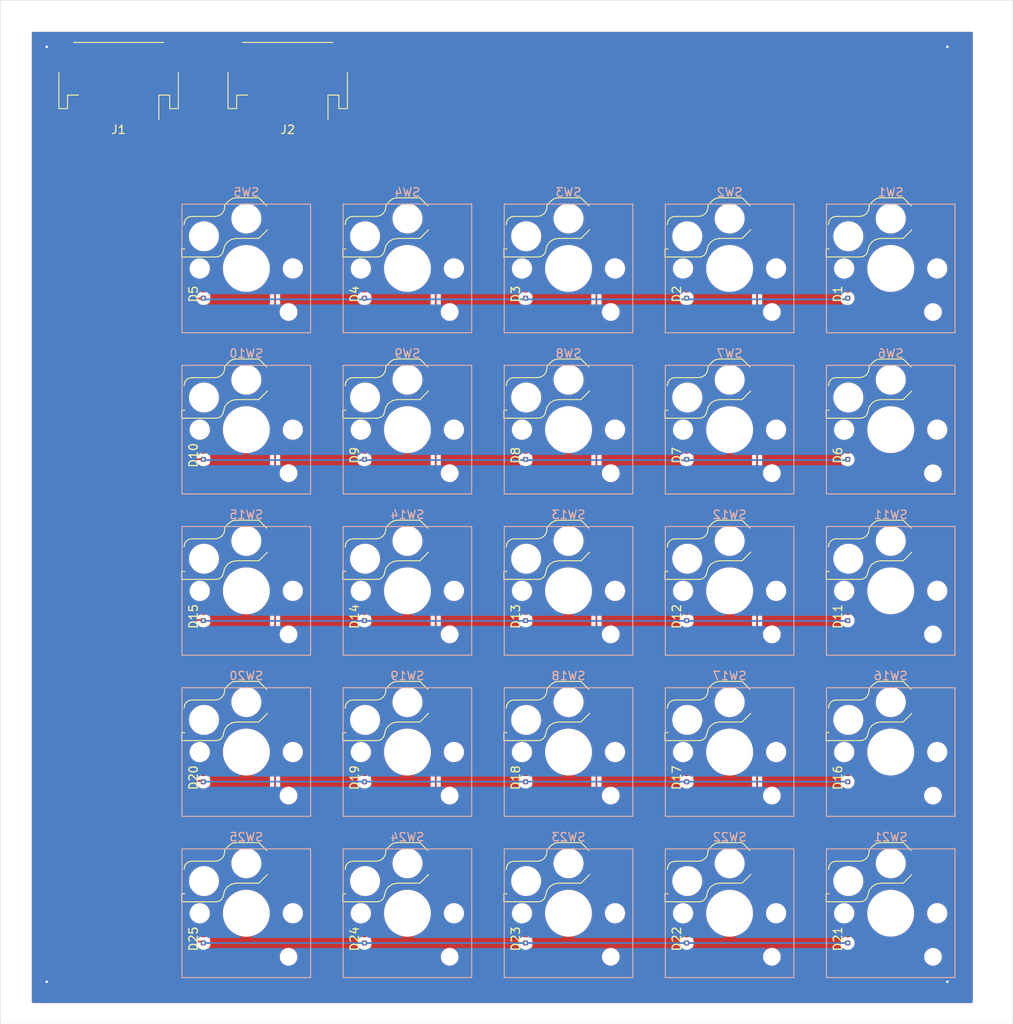
<source format=kicad_pcb>
(kicad_pcb (version 20240108) (generator "pcbnew") (generator_version "8.0")
  (layers (0 "F.Cu" signal) (31 "B.Cu" signal) (34 "B.Paste" user) (35 "F.Paste" user) (36 "B.SilkS" user "B.Silkscreen") (37 "F.SilkS" user "F.Silkscreen") (38 "B.Mask" user) (39 "F.Mask" user) (44 "Edge.Cuts" user))
  (net 0 "")
  (net 1 "/row0")
  (net 2 "Net-(D1-A)")
  (net 3 "Net-(D2-A)")
  (net 4 "Net-(D3-A)")
  (net 5 "Net-(D4-A)")
  (net 6 "Net-(D5-A)")
  (net 7 "Net-(D6-A)")
  (net 8 "/row1")
  (net 9 "Net-(D7-A)")
  (net 10 "Net-(D8-A)")
  (net 11 "Net-(D9-A)")
  (net 12 "Net-(D10-A)")
  (net 13 "/row2")
  (net 14 "Net-(D11-A)")
  (net 15 "Net-(D12-A)")
  (net 16 "Net-(D13-A)")
  (net 17 "Net-(D14-A)")
  (net 18 "Net-(D15-A)")
  (net 19 "Net-(D16-A)")
  (net 20 "/row3")
  (net 21 "Net-(D17-A)")
  (net 22 "Net-(D18-A)")
  (net 23 "Net-(D19-A)")
  (net 24 "Net-(D20-A)")
  (net 25 "Net-(D21-A)")
  (net 26 "/row4")
  (net 27 "Net-(D22-A)")
  (net 28 "Net-(D23-A)")
  (net 29 "Net-(D24-A)")
  (net 30 "Net-(D25-A)")
  (net 31 "GND")
  (net 32 "/col4")
  (net 33 "/col3")
  (net 34 "/col1")
  (net 35 "/col2")
  (net 36 "/col0")
  (footprint "Diode_SMD:D_0402_1005Metric" (layer "F.Cu") (at 141.17 139.93 90)
    (property "Reference" "D22")
    (property "Value" "D")
  )
  (footprint "Diode_SMD:D_0402_1005Metric" (layer "F.Cu") (at 141.17 63.73 90)
    (property "Reference" "D2")
    (property "Value" "D")
  )
  (footprint "Diode_SMD:D_0402_1005Metric" (layer "F.Cu") (at 103.07 63.73 90)
    (property "Reference" "D4")
    (property "Value" "D")
  )
  (footprint "Diode_SMD:D_0402_1005Metric" (layer "F.Cu") (at 122.12 101.83 90)
    (property "Reference" "D13")
    (property "Value" "D")
  )
  (footprint "Diode_SMD:D_0402_1005Metric" (layer "F.Cu") (at 122.12 82.78 90)
    (property "Reference" "D8")
    (property "Value" "D")
  )
  (footprint "Diode_SMD:D_0402_1005Metric" (layer "F.Cu") (at 84.02 101.83 90)
    (property "Reference" "D15")
    (property "Value" "D")
  )
  (footprint "Diode_SMD:D_0402_1005Metric" (layer "F.Cu") (at 160.22 63.73 90)
    (property "Reference" "D1")
    (property "Value" "D")
  )
  (footprint "Diode_SMD:D_0402_1005Metric" (layer "F.Cu") (at 84.02 120.88 90)
    (property "Reference" "D20")
    (property "Value" "D")
  )
  (footprint "Connector_JST:JST_PH_S5B-PH-SM4-TB_1x05-1MP_P2.00mm_Horizontal" (layer "F.Cu") (at 94 38.5 180)
    (property "Reference" "J2")
    (property "Value" "Conn_01x05_MountingPin")
  )
  (footprint "Diode_SMD:D_0402_1005Metric" (layer "F.Cu") (at 122.12 139.93 90)
    (property "Reference" "D23")
    (property "Value" "D")
  )
  (footprint "Diode_SMD:D_0402_1005Metric" (layer "F.Cu") (at 160.22 82.78 90)
    (property "Reference" "D6")
    (property "Value" "D")
  )
  (footprint "Diode_SMD:D_0402_1005Metric" (layer "F.Cu") (at 141.17 82.78 90)
    (property "Reference" "D7")
    (property "Value" "D")
  )
  (footprint "Diode_SMD:D_0402_1005Metric" (layer "F.Cu") (at 141.17 101.83 90)
    (property "Reference" "D12")
    (property "Value" "D")
  )
  (footprint "Diode_SMD:D_0402_1005Metric" (layer "F.Cu") (at 160.22 120.88 90)
    (property "Reference" "D16")
    (property "Value" "D")
  )
  (footprint "Diode_SMD:D_0402_1005Metric" (layer "F.Cu") (at 122.12 63.73 90)
    (property "Reference" "D3")
    (property "Value" "D")
  )
  (footprint "Diode_SMD:D_0402_1005Metric" (layer "F.Cu") (at 122.12 120.88 90)
    (property "Reference" "D18")
    (property "Value" "D")
  )
  (footprint "Diode_SMD:D_0402_1005Metric" (layer "F.Cu") (at 103.07 82.78 90)
    (property "Reference" "D9")
    (property "Value" "D")
  )
  (footprint "Diode_SMD:D_0402_1005Metric" (layer "F.Cu") (at 160.22 139.93 90)
    (property "Reference" "D21")
    (property "Value" "D")
  )
  (footprint "Diode_SMD:D_0402_1005Metric" (layer "F.Cu") (at 84.02 63.73 90)
    (property "Reference" "D5")
    (property "Value" "D")
  )
  (footprint "Diode_SMD:D_0402_1005Metric" (layer "F.Cu") (at 103.07 139.93 90)
    (property "Reference" "D24")
    (property "Value" "D")
  )
  (footprint "Diode_SMD:D_0402_1005Metric" (layer "F.Cu") (at 103.07 120.88 90)
    (property "Reference" "D19")
    (property "Value" "D")
  )
  (footprint "Connector_JST:JST_PH_S5B-PH-SM4-TB_1x05-1MP_P2.00mm_Horizontal" (layer "F.Cu") (at 74 38.5 180)
    (property "Reference" "J1")
    (property "Value" "Conn_01x05_MountingPin")
  )
  (footprint "Diode_SMD:D_0402_1005Metric" (layer "F.Cu") (at 103.07 101.83 90)
    (property "Reference" "D14")
    (property "Value" "D")
  )
  (footprint "Diode_SMD:D_0402_1005Metric" (layer "F.Cu") (at 160.22 101.83 90)
    (property "Reference" "D11")
    (property "Value" "D")
  )
  (footprint "Diode_SMD:D_0402_1005Metric" (layer "F.Cu") (at 84.02 82.78 90)
    (property "Reference" "D10")
    (property "Value" "D")
  )
  (footprint "Diode_SMD:D_0402_1005Metric" (layer "F.Cu") (at 141.17 120.88 90)
    (property "Reference" "D17")
    (property "Value" "D")
  )
  (footprint "Diode_SMD:D_0402_1005Metric" (layer "F.Cu") (at 84.02 139.93 90)
    (property "Reference" "D25")
    (property "Value" "D")
  )
  (footprint "PCM_Switch_Keyboard_Hotswap_Kailh:SW_Hotswap_Kailh_Choc_V1V2" (layer "B.Cu") (at 146.25 136.9 180)
    (property "Reference" "SW22")
    (property "Value" "SW_Push")
  )
  (footprint "PCM_Switch_Keyboard_Hotswap_Kailh:SW_Hotswap_Kailh_Choc_V1V2" (layer "B.Cu") (at 108.15 117.85 180)
    (property "Reference" "SW19")
    (property "Value" "SW_Push")
  )
  (footprint "PCM_Switch_Keyboard_Hotswap_Kailh:SW_Hotswap_Kailh_Choc_V1V2" (layer "B.Cu") (at 127.2 117.85 180)
    (property "Reference" "SW18")
    (property "Value" "SW_Push")
  )
  (footprint "PCM_Switch_Keyboard_Hotswap_Kailh:SW_Hotswap_Kailh_Choc_V1V2" (layer "B.Cu") (at 108.15 79.75 180)
    (property "Reference" "SW9")
    (property "Value" "SW_Push")
  )
  (footprint "PCM_Switch_Keyboard_Hotswap_Kailh:SW_Hotswap_Kailh_Choc_V1V2" (layer "B.Cu") (at 89.1 98.8 180)
    (property "Reference" "SW15")
    (property "Value" "SW_Push")
  )
  (footprint "PCM_Switch_Keyboard_Hotswap_Kailh:SW_Hotswap_Kailh_Choc_V1V2" (layer "B.Cu") (at 165.3 79.75 180)
    (property "Reference" "SW6")
    (property "Value" "SW_Push")
  )
  (footprint "PCM_Switch_Keyboard_Hotswap_Kailh:SW_Hotswap_Kailh_Choc_V1V2" (layer "B.Cu") (at 89.1 136.9 180)
    (property "Reference" "SW25")
    (property "Value" "SW_Push")
  )
  (footprint "PCM_Switch_Keyboard_Hotswap_Kailh:SW_Hotswap_Kailh_Choc_V1V2" (layer "B.Cu") (at 146.25 79.75 180)
    (property "Reference" "SW7")
    (property "Value" "SW_Push")
  )
  (footprint "PCM_Switch_Keyboard_Hotswap_Kailh:SW_Hotswap_Kailh_Choc_V1V2" (layer "B.Cu") (at 127.2 98.8 180)
    (property "Reference" "SW13")
    (property "Value" "SW_Push")
  )
  (footprint "PCM_Switch_Keyboard_Hotswap_Kailh:SW_Hotswap_Kailh_Choc_V1V2" (layer "B.Cu") (at 89.1 79.75 180)
    (property "Reference" "SW10")
    (property "Value" "SW_Push")
  )
  (footprint "PCM_Switch_Keyboard_Hotswap_Kailh:SW_Hotswap_Kailh_Choc_V1V2" (layer "B.Cu") (at 89.1 117.85 180)
    (property "Reference" "SW20")
    (property "Value" "SW_Push")
  )
  (footprint "PCM_Switch_Keyboard_Hotswap_Kailh:SW_Hotswap_Kailh_Choc_V1V2" (layer "B.Cu") (at 165.3 117.85 180)
    (property "Reference" "SW16")
    (property "Value" "SW_Push")
  )
  (footprint "PCM_Switch_Keyboard_Hotswap_Kailh:SW_Hotswap_Kailh_Choc_V1V2" (layer "B.Cu") (at 146.25 60.7 180)
    (property "Reference" "SW2")
    (property "Value" "SW_Push")
  )
  (footprint "PCM_Switch_Keyboard_Hotswap_Kailh:SW_Hotswap_Kailh_Choc_V1V2" (layer "B.Cu") (at 165.3 136.9 180)
    (property "Reference" "SW21")
    (property "Value" "SW_Push")
  )
  (footprint "PCM_Switch_Keyboard_Hotswap_Kailh:SW_Hotswap_Kailh_Choc_V1V2" (layer "B.Cu") (at 108.15 98.8 180)
    (property "Reference" "SW14")
    (property "Value" "SW_Push")
  )
  (footprint "PCM_Switch_Keyboard_Hotswap_Kailh:SW_Hotswap_Kailh_Choc_V1V2" (layer "B.Cu") (at 108.15 60.7 180)
    (property "Reference" "SW4")
    (property "Value" "SW_Push")
  )
  (footprint "PCM_Switch_Keyboard_Hotswap_Kailh:SW_Hotswap_Kailh_Choc_V1V2" (layer "B.Cu") (at 108.15 136.9 180)
    (property "Reference" "SW24")
    (property "Value" "SW_Push")
  )
  (footprint "PCM_Switch_Keyboard_Hotswap_Kailh:SW_Hotswap_Kailh_Choc_V1V2" (layer "B.Cu") (at 146.25 117.85 180)
    (property "Reference" "SW17")
    (property "Value" "SW_Push")
  )
  (footprint "PCM_Switch_Keyboard_Hotswap_Kailh:SW_Hotswap_Kailh_Choc_V1V2" (layer "B.Cu") (at 165.3 60.7 180)
    (property "Reference" "SW1")
    (property "Value" "SW_Push")
  )
  (footprint "PCM_Switch_Keyboard_Hotswap_Kailh:SW_Hotswap_Kailh_Choc_V1V2" (layer "B.Cu") (at 89.1 60.7 180)
    (property "Reference" "SW5")
    (property "Value" "SW_Push")
  )
  (footprint "PCM_Switch_Keyboard_Hotswap_Kailh:SW_Hotswap_Kailh_Choc_V1V2" (layer "B.Cu") (at 165.3 98.8 180)
    (property "Reference" "SW11")
    (property "Value" "SW_Push")
  )
  (footprint "PCM_Switch_Keyboard_Hotswap_Kailh:SW_Hotswap_Kailh_Choc_V1V2" (layer "B.Cu") (at 127.2 79.75 180)
    (property "Reference" "SW8")
    (property "Value" "SW_Push")
  )
  (footprint "PCM_Switch_Keyboard_Hotswap_Kailh:SW_Hotswap_Kailh_Choc_V1V2" (layer "B.Cu") (at 127.2 136.9 180)
    (property "Reference" "SW23")
    (property "Value" "SW_Push")
  )
  (footprint "PCM_Switch_Keyboard_Hotswap_Kailh:SW_Hotswap_Kailh_Choc_V1V2" (layer "B.Cu") (at 127.2 60.7 180)
    (property "Reference" "SW3")
    (property "Value" "SW_Push")
  )
  (footprint "PCM_Switch_Keyboard_Hotswap_Kailh:SW_Hotswap_Kailh_Choc_V1V2" (layer "B.Cu") (at 146.25 98.8 180)
    (property "Reference" "SW12")
    (property "Value" "SW_Push")
  )
  (gr_line (start 111.5 130.5) (end 111.5 54.5) (stroke (width 0.2)) (layer "F.Cu") (net 33))
  (gr_line (start 84 83.25) (end 81.5 83.25) (stroke (width 0.2)) (layer "F.Cu") (net 8))
  (gr_line (start 149.75 50) (end 147.25 47.5) (stroke (width 0.2)) (layer "F.Cu") (net 34))
  (gr_line (start 81.5 121.25) (end 72 111.75) (stroke (width 0.2)) (layer "F.Cu") (net 20))
  (gr_line (start 98 45.25) (end 99 46.25) (stroke (width 0.2)) (layer "F.Cu") (net 36))
  (gr_line (start 72 41.5) (end 72 111.75) (stroke (width 0.2)) (layer "F.Cu") (net 20))
  (gr_line (start 130.75 53.75) (end 130.75 50) (stroke (width 0.2)) (layer "F.Cu") (net 35))
  (gr_line (start 99 46.25) (end 165 46.25) (stroke (width 0.2)) (layer "F.Cu") (net 36))
  (gr_line (start 81.5 140.25) (end 70 128.75) (stroke (width 0.2)) (layer "F.Cu") (net 26))
  (gr_line (start 94 46.75) (end 96 48.75) (stroke (width 0.2)) (layer "F.Cu") (net 35))
  (gr_line (start 84 64.25) (end 81.5 64.25) (stroke (width 0.2)) (layer "F.Cu") (net 1))
  (gr_line (start 92.5 50) (end 90 47.5) (stroke (width 0.2)) (layer "F.Cu") (net 32))
  (gr_line (start 168.75 54) (end 168.75 50) (stroke (width 0.2)) (layer "F.Cu") (net 36))
  (gr_line (start 92.5 130.5) (end 92.5 54.5) (stroke (width 0.2)) (layer "F.Cu") (net 32))
  (gr_line (start 84 121.25) (end 81.5 121.25) (stroke (width 0.2)) (layer "F.Cu") (net 20))
  (gr_line (start 81.5 102.25) (end 74 94.75) (stroke (width 0.2)) (layer "F.Cu") (net 13))
  (gr_line (start 96 46.25) (end 97.25 47.5) (stroke (width 0.2)) (layer "F.Cu") (net 34))
  (gr_line (start 92 42) (end 92 47.5) (stroke (width 0.2)) (layer "F.Cu") (net 33))
  (gr_line (start 76 41.5) (end 76 77.75) (stroke (width 0.2)) (layer "F.Cu") (net 8))
  (gr_line (start 149.5 130.5) (end 149.5 55) (stroke (width 0.2)) (layer "F.Cu") (net 34))
  (gr_line (start 81.5 64.25) (end 78 60.75) (stroke (width 0.2)) (layer "F.Cu") (net 1))
  (gr_line (start 110 50) (end 111.75 51.75) (stroke (width 0.2)) (layer "F.Cu") (net 33))
  (gr_line (start 96 48.75) (end 129.5 48.75) (stroke (width 0.2)) (layer "F.Cu") (net 35))
  (gr_line (start 84 102.25) (end 81.5 102.25) (stroke (width 0.2)) (layer "F.Cu") (net 13))
  (gr_line (start 168.5 131) (end 168.5 54.5) (stroke (width 0.2)) (layer "F.Cu") (net 36))
  (gr_line (start 130.75 50) (end 129.5 48.75) (stroke (width 0.2)) (layer "F.Cu") (net 35))
  (gr_line (start 94 41.75) (end 94 46.75) (stroke (width 0.2)) (layer "F.Cu") (net 35))
  (gr_line (start 94.5 50) (end 110 50) (stroke (width 0.2)) (layer "F.Cu") (net 33))
  (gr_line (start 92 47.5) (end 94.5 50) (stroke (width 0.2)) (layer "F.Cu") (net 33))
  (gr_line (start 97.25 47.5) (end 147.25 47.5) (stroke (width 0.2)) (layer "F.Cu") (net 34))
  (gr_line (start 81.5 83.25) (end 76 77.75) (stroke (width 0.2)) (layer "F.Cu") (net 8))
  (gr_line (start 168.75 50) (end 165 46.25) (stroke (width 0.2)) (layer "F.Cu") (net 36))
  (gr_line (start 74 41.5) (end 74 94.75) (stroke (width 0.2)) (layer "F.Cu") (net 13))
  (gr_line (start 78 41.5) (end 78 60.75) (stroke (width 0.2)) (layer "F.Cu") (net 1))
  (gr_line (start 90 47.5) (end 90 41.75) (stroke (width 0.2)) (layer "F.Cu") (net 32))
  (gr_line (start 96 41.75) (end 96 46.25) (stroke (width 0.2)) (layer "F.Cu") (net 34))
  (gr_line (start 92.5 53.75) (end 92.5 50) (stroke (width 0.2)) (layer "F.Cu") (net 32))
  (gr_line (start 149.75 54) (end 149.75 50) (stroke (width 0.2)) (layer "F.Cu") (net 34))
  (gr_line (start 111.75 54) (end 111.75 51.75) (stroke (width 0.2)) (layer "F.Cu") (net 33))
  (gr_line (start 98 41.5) (end 98 45.25) (stroke (width 0.2)) (layer "F.Cu") (net 36))
  (gr_line (start 130.5 130.5) (end 130.5 54.5) (stroke (width 0.2)) (layer "F.Cu") (net 35))
  (gr_line (start 84 140.25) (end 81.5 140.25) (stroke (width 0.2)) (layer "F.Cu") (net 26))
  (gr_line (start 70 41.5) (end 70 128.75) (stroke (width 0.2)) (layer "F.Cu") (net 26))
  (gr_line (start 83.9 121.35) (end 160.105299 121.35) (stroke (width 0.2)) (layer "B.Cu") (net 20))
  (gr_line (start 84.020765 140.421872) (end 160.226064 140.421872) (stroke (width 0.2)) (layer "B.Cu") (net 26))
  (gr_line (start 83.944701 83.35) (end 160.15 83.35) (stroke (width 0.2)) (layer "B.Cu") (net 8))
  (gr_line (start 83.944701 102.35) (end 160.15 102.35) (stroke (width 0.2)) (layer "B.Cu") (net 13))
  (gr_line (start 83.944701 64.35) (end 160.15 64.35) (stroke (width 0.2)) (layer "B.Cu") (net 1))
  (gr_line (start 60 29) (end 60 150) (stroke (width 0.05)) (layer "Edge.Cuts"))
  (gr_line (start 179.75 29) (end 60 29) (stroke (width 0.05)) (layer "Edge.Cuts"))
  (gr_line (start 179.75 150) (end 179.75 29) (stroke (width 0.05)) (layer "Edge.Cuts"))
  (gr_line (start 60 150) (end 179.75 150) (stroke (width 0.05)) (layer "Edge.Cuts"))
  (via micro (at 141.17 64.215) (size 0.6) (drill 0.3) (layers "F.Cu" "B.Cu") (net 1))
  (via micro (at 103.07 64.215) (size 0.6) (drill 0.3) (layers "F.Cu" "B.Cu") (net 1))
  (via micro (at 160.22 64.215) (size 0.6) (drill 0.3) (layers "F.Cu" "B.Cu") (net 1))
  (via micro (at 122.12 64.215) (size 0.6) (drill 0.3) (layers "F.Cu" "B.Cu") (net 1))
  (via micro (at 84.02 64.215) (size 0.6) (drill 0.3) (layers "F.Cu" "B.Cu") (net 1))
  (segment (start 156.8 56.9) (end 156.8 59.825) (width 0.2) (layer "F.Cu") (net 2))
  (segment (start 156.8 59.825) (end 160.22 63.245) (width 0.2) (layer "F.Cu") (net 2))
  (segment (start 137.75 59.825) (end 141.17 63.245) (width 0.2) (layer "F.Cu") (net 3))
  (segment (start 137.75 56.9) (end 137.75 59.825) (width 0.2) (layer "F.Cu") (net 3))
  (segment (start 118.7 59.825) (end 122.12 63.245) (width 0.2) (layer "F.Cu") (net 4))
  (segment (start 118.7 56.9) (end 118.7 59.825) (width 0.2) (layer "F.Cu") (net 4))
  (segment (start 99.65 59.825) (end 103.07 63.245) (width 0.2) (layer "F.Cu") (net 5))
  (segment (start 99.65 56.9) (end 99.65 59.825) (width 0.2) (layer "F.Cu") (net 5))
  (segment (start 80.6 59.825) (end 84.02 63.245) (width 0.2) (layer "F.Cu") (net 6))
  (segment (start 80.6 56.9) (end 80.6 59.825) (width 0.2) (layer "F.Cu") (net 6))
  (segment (start 156.8 78.875) (end 160.22 82.295) (width 0.2) (layer "F.Cu") (net 7))
  (segment (start 156.8 75.95) (end 156.8 78.875) (width 0.2) (layer "F.Cu") (net 7))
  (via micro (at 122.12 83.265) (size 0.6) (drill 0.3) (layers "F.Cu" "B.Cu") (net 8))
  (via micro (at 103.07 83.265) (size 0.6) (drill 0.3) (layers "F.Cu" "B.Cu") (net 8))
  (via micro (at 160.22 83.265) (size 0.6) (drill 0.3) (layers "F.Cu" "B.Cu") (net 8))
  (via micro (at 141.17 83.265) (size 0.6) (drill 0.3) (layers "F.Cu" "B.Cu") (net 8))
  (via micro (at 84.02 83.265) (size 0.6) (drill 0.3) (layers "F.Cu" "B.Cu") (net 8))
  (segment (start 137.75 78.875) (end 141.17 82.295) (width 0.2) (layer "F.Cu") (net 9))
  (segment (start 137.75 75.95) (end 137.75 78.875) (width 0.2) (layer "F.Cu") (net 9))
  (segment (start 118.7 75.95) (end 118.7 78.875) (width 0.2) (layer "F.Cu") (net 10))
  (segment (start 118.7 78.875) (end 122.12 82.295) (width 0.2) (layer "F.Cu") (net 10))
  (segment (start 99.65 75.95) (end 99.65 78.875) (width 0.2) (layer "F.Cu") (net 11))
  (segment (start 99.65 78.875) (end 103.07 82.295) (width 0.2) (layer "F.Cu") (net 11))
  (segment (start 80.6 78.875) (end 84.02 82.295) (width 0.2) (layer "F.Cu") (net 12))
  (segment (start 80.6 75.95) (end 80.6 78.875) (width 0.2) (layer "F.Cu") (net 12))
  (via micro (at 141.17 102.315) (size 0.6) (drill 0.3) (layers "F.Cu" "B.Cu") (net 13))
  (via micro (at 122.12 102.315) (size 0.6) (drill 0.3) (layers "F.Cu" "B.Cu") (net 13))
  (via micro (at 84.02 102.315) (size 0.6) (drill 0.3) (layers "F.Cu" "B.Cu") (net 13))
  (via micro (at 160.22 102.315) (size 0.6) (drill 0.3) (layers "F.Cu" "B.Cu") (net 13))
  (via micro (at 103.07 102.315) (size 0.6) (drill 0.3) (layers "F.Cu" "B.Cu") (net 13))
  (segment (start 156.8 95) (end 156.8 97.925) (width 0.2) (layer "F.Cu") (net 14))
  (segment (start 156.8 97.925) (end 160.22 101.345) (width 0.2) (layer "F.Cu") (net 14))
  (segment (start 137.75 97.925) (end 141.17 101.345) (width 0.2) (layer "F.Cu") (net 15))
  (segment (start 137.75 95) (end 137.75 97.925) (width 0.2) (layer "F.Cu") (net 15))
  (segment (start 118.7 95) (end 118.7 97.925) (width 0.2) (layer "F.Cu") (net 16))
  (segment (start 118.7 97.925) (end 122.12 101.345) (width 0.2) (layer "F.Cu") (net 16))
  (segment (start 99.65 97.925) (end 103.07 101.345) (width 0.2) (layer "F.Cu") (net 17))
  (segment (start 99.65 95) (end 99.65 97.925) (width 0.2) (layer "F.Cu") (net 17))
  (segment (start 80.6 97.925) (end 84.02 101.345) (width 0.2) (layer "F.Cu") (net 18))
  (segment (start 80.6 95) (end 80.6 97.925) (width 0.2) (layer "F.Cu") (net 18))
  (segment (start 156.8 116.975) (end 160.22 120.395) (width 0.2) (layer "F.Cu") (net 19))
  (segment (start 156.8 114.05) (end 156.8 116.975) (width 0.2) (layer "F.Cu") (net 19))
  (via micro (at 103.07 121.365) (size 0.6) (drill 0.3) (layers "F.Cu" "B.Cu") (net 20))
  (via micro (at 84.02 121.365) (size 0.6) (drill 0.3) (layers "F.Cu" "B.Cu") (net 20))
  (via micro (at 122.12 121.365) (size 0.6) (drill 0.3) (layers "F.Cu" "B.Cu") (net 20))
  (via micro (at 141.17 121.365) (size 0.6) (drill 0.3) (layers "F.Cu" "B.Cu") (net 20))
  (via micro (at 160.22 121.365) (size 0.6) (drill 0.3) (layers "F.Cu" "B.Cu") (net 20))
  (segment (start 137.75 116.975) (end 141.17 120.395) (width 0.2) (layer "F.Cu") (net 21))
  (segment (start 137.75 114.05) (end 137.75 116.975) (width 0.2) (layer "F.Cu") (net 21))
  (segment (start 118.7 116.975) (end 122.12 120.395) (width 0.2) (layer "F.Cu") (net 22))
  (segment (start 118.7 114.05) (end 118.7 116.975) (width 0.2) (layer "F.Cu") (net 22))
  (segment (start 99.65 116.975) (end 103.07 120.395) (width 0.2) (layer "F.Cu") (net 23))
  (segment (start 99.65 114.05) (end 99.65 116.975) (width 0.2) (layer "F.Cu") (net 23))
  (segment (start 80.6 116.975) (end 84.02 120.395) (width 0.2) (layer "F.Cu") (net 24))
  (segment (start 80.6 114.05) (end 80.6 116.975) (width 0.2) (layer "F.Cu") (net 24))
  (segment (start 156.8 133.1) (end 156.8 136.025) (width 0.2) (layer "F.Cu") (net 25))
  (segment (start 156.8 136.025) (end 160.22 139.445) (width 0.2) (layer "F.Cu") (net 25))
  (via micro (at 84.02 140.415) (size 0.6) (drill 0.3) (layers "F.Cu" "B.Cu") (net 26))
  (via micro (at 141.17 140.415) (size 0.6) (drill 0.3) (layers "F.Cu" "B.Cu") (net 26))
  (via micro (at 160.22 140.415) (size 0.6) (drill 0.3) (layers "F.Cu" "B.Cu") (net 26))
  (via micro (at 122.12 140.415) (size 0.6) (drill 0.3) (layers "F.Cu" "B.Cu") (net 26))
  (via micro (at 103.07 140.415) (size 0.6) (drill 0.3) (layers "F.Cu" "B.Cu") (net 26))
  (segment (start 137.75 133.1) (end 137.75 136.025) (width 0.2) (layer "F.Cu") (net 27))
  (segment (start 137.75 136.025) (end 141.17 139.445) (width 0.2) (layer "F.Cu") (net 27))
  (segment (start 118.7 136.025) (end 122.12 139.445) (width 0.2) (layer "F.Cu") (net 28))
  (segment (start 118.7 133.1) (end 118.7 136.025) (width 0.2) (layer "F.Cu") (net 28))
  (segment (start 99.65 133.1) (end 99.65 136.025) (width 0.2) (layer "F.Cu") (net 29))
  (segment (start 99.65 136.025) (end 103.07 139.445) (width 0.2) (layer "F.Cu") (net 29))
  (segment (start 80.6 136.025) (end 84.02 139.445) (width 0.2) (layer "F.Cu") (net 30))
  (segment (start 80.6 133.1) (end 80.6 136.025) (width 0.2) (layer "F.Cu") (net 30))
  (via micro (at 172 145) (size 0.6) (drill 0.3) (layers "F.Cu" "B.Cu") (net 31))
  (via micro (at 65.5 145) (size 0.6) (drill 0.3) (layers "F.Cu" "B.Cu") (net 31))
  (via micro (at 65.5 34.5) (size 0.6) (drill 0.3) (layers "F.Cu" "B.Cu") (net 31))
  (via micro (at 172 34.5) (size 0.6) (drill 0.3) (layers "F.Cu" "B.Cu") (net 31))
  (zone (net 31) (net_name "GND") (layers "F.Cu" "B.Cu") (connect_pads yes (clearance 0.5)) (min_thickness 0.25) (fill yes (thermal_gap 0.5) (thermal_bridge_width 0.5) (island_removal_mode 2) (island_area_min 10))
    (polygon (pts (xy 63.75 32.75) (xy 175 32.75) (xy 175 147.5) (xy 63.75 147.5)))
  )
)
</source>
